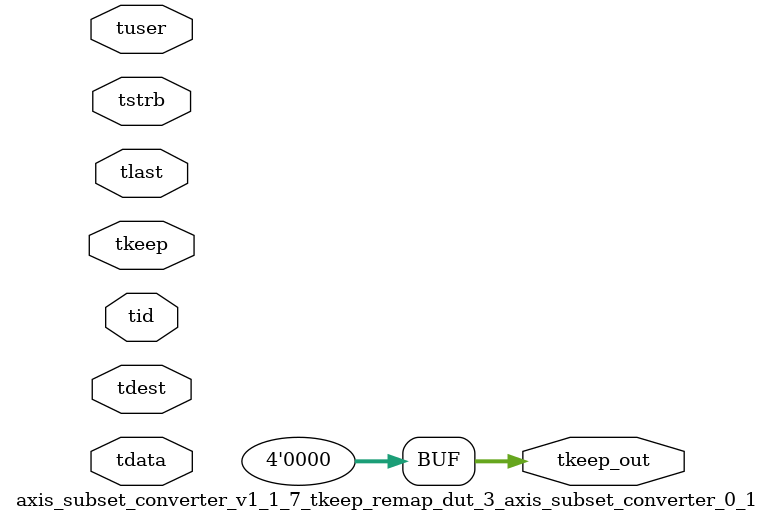
<source format=v>


`timescale 1ps/1ps

module axis_subset_converter_v1_1_7_tkeep_remap_dut_3_axis_subset_converter_0_1 #
(
parameter C_S_AXIS_TDATA_WIDTH = 32,
parameter C_S_AXIS_TUSER_WIDTH = 0,
parameter C_S_AXIS_TID_WIDTH   = 0,
parameter C_S_AXIS_TDEST_WIDTH = 0,
parameter C_M_AXIS_TDATA_WIDTH = 32
)
(
input  [(C_S_AXIS_TDATA_WIDTH == 0 ? 1 : C_S_AXIS_TDATA_WIDTH)-1:0     ] tdata,
input  [(C_S_AXIS_TUSER_WIDTH == 0 ? 1 : C_S_AXIS_TUSER_WIDTH)-1:0     ] tuser,
input  [(C_S_AXIS_TID_WIDTH   == 0 ? 1 : C_S_AXIS_TID_WIDTH)-1:0       ] tid,
input  [(C_S_AXIS_TDEST_WIDTH == 0 ? 1 : C_S_AXIS_TDEST_WIDTH)-1:0     ] tdest,
input  [(C_S_AXIS_TDATA_WIDTH/8)-1:0 ] tkeep,
input  [(C_S_AXIS_TDATA_WIDTH/8)-1:0 ] tstrb,
input                                                                    tlast,
output [(C_M_AXIS_TDATA_WIDTH/8)-1:0 ] tkeep_out
);

assign tkeep_out = {1'b0};

endmodule


</source>
